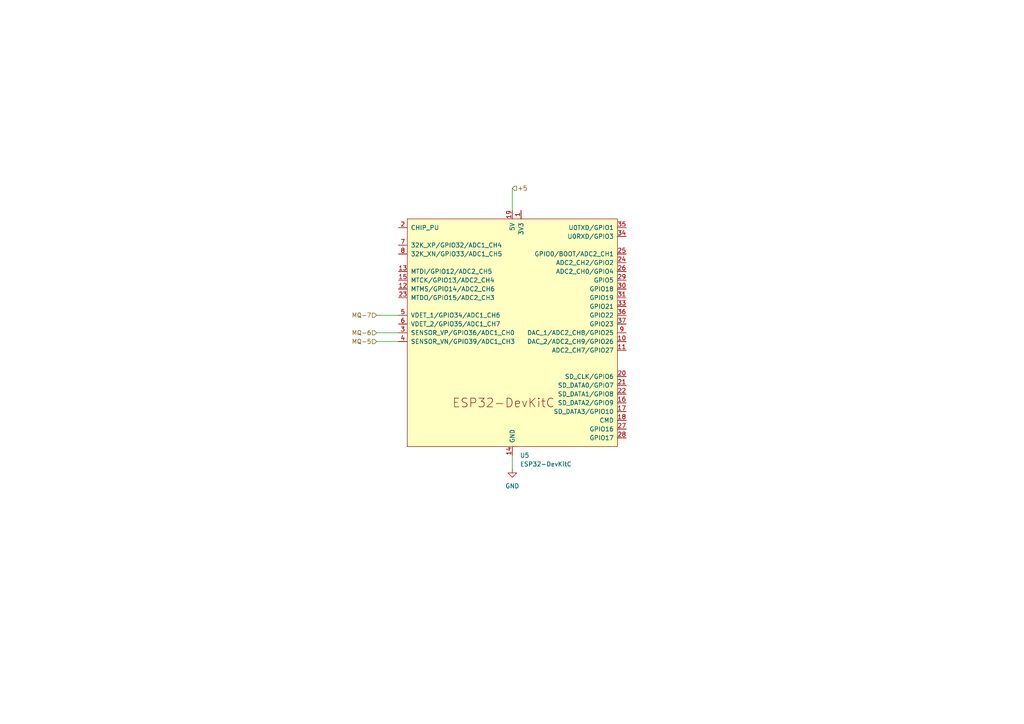
<source format=kicad_sch>
(kicad_sch (version 20230121) (generator eeschema)
  (paper "A4")
  (title_block (title "ESP32") (date "2023-10-09") (rev "1.0.0") (company "IFSC - Projeto Integrador 2"))
  (lib_symbols
    (symbol "ESP:ESP32-DevKitC" (pin_names (offset 1.016))
      (property "Reference" "U" (at -30.48 38.1 0))
      (property "Value" "ESP32-DevKitC" (at -30.48 35.56 0))
      (symbol "ESP32-DevKitC_0_0"
        (text "ESP32-DevKitC" (at -2.54 -20.32 0) (effects (font (size 2.54 2.54))))
        (pin power_in line (at 0 -35.56 90) (length 2.54) (name "GND") (number "14"))
        (pin power_in line (at 0 35.56 270) (length 2.54) (name "5V") (number "19"))
      )
      (symbol "ESP32-DevKitC_0_1"
        (rectangle (start -30.48 33.02) (end 30.48 -33.02) (fill (type background)))
      )
      (symbol "ESP32-DevKitC_1_1"
        (pin power_in line (at 2.54 35.56 270) (length 2.54) (name "3V3") (number "1"))
        (pin bidirectional line (at 33.02 -2.54 180) (length 2.54) (name "DAC_2/ADC2_CH9/GPIO26") (number "10"))
        (pin bidirectional line (at 33.02 -5.08 180) (length 2.54) (name "ADC2_CH7/GPIO27") (number "11"))
        (pin bidirectional line (at -33.02 12.7 0) (length 2.54) (name "MTMS/GPIO14/ADC2_CH6") (number "12"))
        (pin bidirectional line (at -33.02 17.78 0) (length 2.54) (name "MTDI/GPIO12/ADC2_CH5") (number "13"))
        (pin bidirectional line (at -33.02 15.24 0) (length 2.54) (name "MTCK/GPIO13/ADC2_CH4") (number "15"))
        (pin bidirectional line (at 33.02 -20.32 180) (length 2.54) (name "SD_DATA2/GPIO9") (number "16"))
        (pin bidirectional line (at 33.02 -22.86 180) (length 2.54) (name "SD_DATA3/GPIO10") (number "17"))
        (pin bidirectional line (at 33.02 -25.4 180) (length 2.54) (name "CMD") (number "18"))
        (pin input line (at -33.02 30.48 0) (length 2.54) (name "CHIP_PU") (number "2"))
        (pin bidirectional line (at 33.02 -12.7 180) (length 2.54) (name "SD_CLK/GPIO6") (number "20"))
        (pin bidirectional line (at 33.02 -15.24 180) (length 2.54) (name "SD_DATA0/GPIO7") (number "21"))
        (pin bidirectional line (at 33.02 -17.78 180) (length 2.54) (name "SD_DATA1/GPIO8") (number "22"))
        (pin bidirectional line (at -33.02 10.16 0) (length 2.54) (name "MTDO/GPIO15/ADC2_CH3") (number "23"))
        (pin bidirectional line (at 33.02 20.32 180) (length 2.54) (name "ADC2_CH2/GPIO2") (number "24"))
        (pin bidirectional line (at 33.02 22.86 180) (length 2.54) (name "GPIO0/BOOT/ADC2_CH1") (number "25"))
        (pin bidirectional line (at 33.02 17.78 180) (length 2.54) (name "ADC2_CH0/GPIO4") (number "26"))
        (pin bidirectional line (at 33.02 -27.94 180) (length 2.54) (name "GPIO16") (number "27"))
        (pin bidirectional line (at 33.02 -30.48 180) (length 2.54) (name "GPIO17") (number "28"))
        (pin bidirectional line (at 33.02 15.24 180) (length 2.54) (name "GPIO5") (number "29"))
        (pin input line (at -33.02 0 0) (length 2.54) (name "SENSOR_VP/GPIO36/ADC1_CH0") (number "3"))
        (pin bidirectional line (at 33.02 12.7 180) (length 2.54) (name "GPIO18") (number "30"))
        (pin bidirectional line (at 33.02 10.16 180) (length 2.54) (name "GPIO19") (number "31"))
        (pin passive line (at 0 -35.56 90) (length 2.54) hide (name "GND") (number "32"))
        (pin bidirectional line (at 33.02 7.62 180) (length 2.54) (name "GPIO21") (number "33"))
        (pin bidirectional line (at 33.02 27.94 180) (length 2.54) (name "U0RXD/GPIO3") (number "34"))
        (pin bidirectional line (at 33.02 30.48 180) (length 2.54) (name "U0TXD/GPIO1") (number "35"))
        (pin bidirectional line (at 33.02 5.08 180) (length 2.54) (name "GPIO22") (number "36"))
        (pin bidirectional line (at 33.02 2.54 180) (length 2.54) (name "GPIO23") (number "37"))
        (pin passive line (at 0 -35.56 90) (length 2.54) hide (name "GND") (number "38"))
        (pin input line (at -33.02 -2.54 0) (length 2.54) (name "SENSOR_VN/GPIO39/ADC1_CH3") (number "4"))
        (pin input line (at -33.02 5.08 0) (length 2.54) (name "VDET_1/GPIO34/ADC1_CH6") (number "5"))
        (pin input line (at -33.02 2.54 0) (length 2.54) (name "VDET_2/GPIO35/ADC1_CH7") (number "6"))
        (pin bidirectional line (at -33.02 25.4 0) (length 2.54) (name "32K_XP/GPIO32/ADC1_CH4") (number "7"))
        (pin bidirectional line (at -33.02 22.86 0) (length 2.54) (name "32K_XN/GPIO33/ADC1_CH5") (number "8"))
        (pin bidirectional line (at 33.02 0 180) (length 2.54) (name "DAC_1/ADC2_CH8/GPIO25") (number "9"))
      )
    )
    (symbol "power:GND" (power) (pin_names (offset 0))
      (property "Value" "GND" (at 0 -3.81 0))
      (symbol "GND_0_1"
        (polyline (pts (xy 0 0) (xy 0 -1.27) (xy 1.27 -1.27) (xy 0 -2.54) (xy -1.27 -1.27) (xy 0 -1.27)))
      )
      (symbol "GND_1_1"
        (pin power_in line (at 0 0 270) (length 0) hide (name "GND") (number "1"))
      )
    )
  )
  (wire (pts (xy 148.59 132.08) (xy 148.59 135.89)))
  (wire (pts (xy 109.22 99.06) (xy 115.57 99.06)))
  (wire (pts (xy 148.59 54.61) (xy 148.59 60.96)))
  (wire (pts (xy 109.22 91.44) (xy 115.57 91.44)))
  (wire (pts (xy 109.22 96.52) (xy 115.57 96.52)))
  (hierarchical_label "MQ-5" (shape input) (at 109.22 99.06 180))
  (hierarchical_label "MQ-7" (shape input) (at 109.22 91.44 180))
  (hierarchical_label "MQ-6" (shape input) (at 109.22 96.52 180))
  (hierarchical_label "+5" (shape input) (at 148.59 54.61 0))
  (symbol (lib_id "ESP:ESP32-DevKitC") (at 148.59 96.52 0) (unit 1)
    (property "Reference" "U5" (at 150.7841 132.08 0) (effects (justify left)))
    (property "Value" "ESP32-DevKitC" (at 150.7841 134.62 0) (effects (justify left)))
    (property "Footprint" "PI:ESP32-DevKitC" (effects hide))
    (property "Datasheet" "https://docs.espressif.com/projects/esp-idf/zh_CN/latest/esp32/hw-reference/esp32/get-started-devkitc.html" (effects hide))
  )
  (symbol (lib_id "power:GND") (at 148.59 135.89 0) (unit 1)
    (property "Reference" "#PWR09" (effects hide))
    (property "Value" "GND" (at 148.59 140.97 0))
  )
)
</source>
